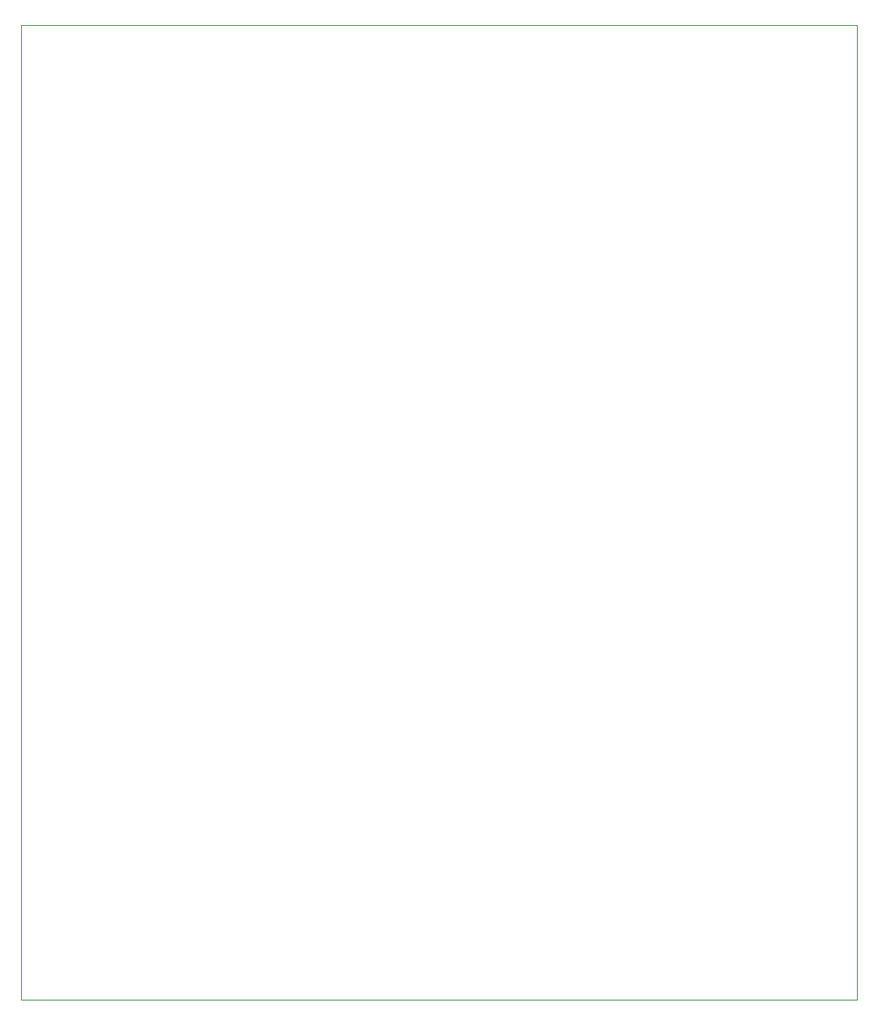
<source format=gbr>
%TF.GenerationSoftware,KiCad,Pcbnew,8.0.4*%
%TF.CreationDate,2024-08-31T16:48:20-04:00*%
%TF.ProjectId,classab-amp,636c6173-7361-4622-9d61-6d702e6b6963,rev?*%
%TF.SameCoordinates,Original*%
%TF.FileFunction,Profile,NP*%
%FSLAX46Y46*%
G04 Gerber Fmt 4.6, Leading zero omitted, Abs format (unit mm)*
G04 Created by KiCad (PCBNEW 8.0.4) date 2024-08-31 16:48:20*
%MOMM*%
%LPD*%
G01*
G04 APERTURE LIST*
%TA.AperFunction,Profile*%
%ADD10C,0.050000*%
%TD*%
G04 APERTURE END LIST*
D10*
X184150000Y-31750000D02*
X271526000Y-31750000D01*
X271526000Y-133604000D01*
X184150000Y-133604000D01*
X184150000Y-31750000D01*
M02*

</source>
